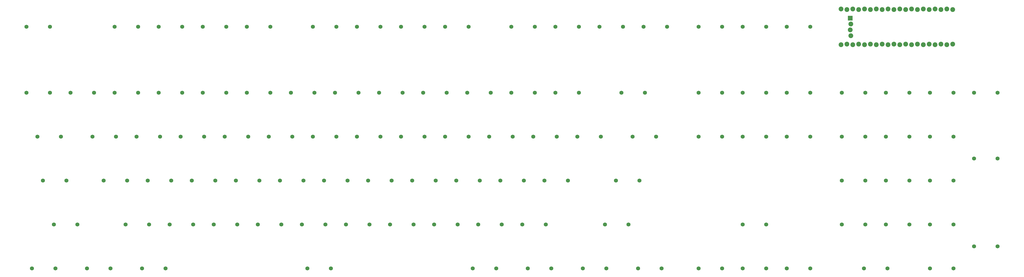
<source format=gbr>
%TF.GenerationSoftware,KiCad,Pcbnew,8.0.7-8.0.7-0~ubuntu24.04.1*%
%TF.CreationDate,2024-12-30T16:45:40-05:00*%
%TF.ProjectId,NAK100,4e414b31-3030-42e6-9b69-6361645f7063,rev?*%
%TF.SameCoordinates,Original*%
%TF.FileFunction,Soldermask,Bot*%
%TF.FilePolarity,Negative*%
%FSLAX46Y46*%
G04 Gerber Fmt 4.6, Leading zero omitted, Abs format (unit mm)*
G04 Created by KiCad (PCBNEW 8.0.7-8.0.7-0~ubuntu24.04.1) date 2024-12-30 16:45:40*
%MOMM*%
%LPD*%
G01*
G04 APERTURE LIST*
G04 Aperture macros list*
%AMRoundRect*
0 Rectangle with rounded corners*
0 $1 Rounding radius*
0 $2 $3 $4 $5 $6 $7 $8 $9 X,Y pos of 4 corners*
0 Add a 4 corners polygon primitive as box body*
4,1,4,$2,$3,$4,$5,$6,$7,$8,$9,$2,$3,0*
0 Add four circle primitives for the rounded corners*
1,1,$1+$1,$2,$3*
1,1,$1+$1,$4,$5*
1,1,$1+$1,$6,$7*
1,1,$1+$1,$8,$9*
0 Add four rect primitives between the rounded corners*
20,1,$1+$1,$2,$3,$4,$5,0*
20,1,$1+$1,$4,$5,$6,$7,0*
20,1,$1+$1,$6,$7,$8,$9,0*
20,1,$1+$1,$8,$9,$2,$3,0*%
G04 Aperture macros list end*
%ADD10C,1.750000*%
%ADD11C,2.082800*%
%ADD12RoundRect,0.101600X-0.939800X-0.939800X0.939800X-0.939800X0.939800X0.939800X-0.939800X0.939800X0*%
G04 APERTURE END LIST*
D10*
%TO.C,AM0:13*%
X157400000Y-137250000D03*
X147240000Y-137250000D03*
%TD*%
%TO.C,AM4:9*%
X228837500Y-175350000D03*
X218677500Y-175350000D03*
%TD*%
%TO.C,AM2:3*%
X271700000Y-137250000D03*
X261540000Y-137250000D03*
%TD*%
%TO.C,AM5:9*%
X462200000Y-118200000D03*
X452040000Y-118200000D03*
%TD*%
%TO.C,AM1:2*%
X185975000Y-118200000D03*
X175815000Y-118200000D03*
%TD*%
%TO.C,AM6:9*%
X500300000Y-137250000D03*
X490140000Y-137250000D03*
%TD*%
%TO.C,AM1:7*%
X219312500Y-156300000D03*
X209152500Y-156300000D03*
%TD*%
%TO.C,AM0:11*%
X143112500Y-156300000D03*
X132952500Y-156300000D03*
%TD*%
%TO.C,AM2:8*%
X314562500Y-156300000D03*
X304402500Y-156300000D03*
%TD*%
%TO.C,AM1:1*%
X195500000Y-137250000D03*
X185340000Y-137250000D03*
%TD*%
%TO.C,AM6:8*%
X481250000Y-137250000D03*
X471090000Y-137250000D03*
%TD*%
%TO.C,AM2:5*%
X290750000Y-137250000D03*
X280590000Y-137250000D03*
%TD*%
%TO.C,AM6:6*%
X500300000Y-156300000D03*
X490140000Y-156300000D03*
%TD*%
%TO.C,AM6:4*%
X462200000Y-156300000D03*
X452040000Y-156300000D03*
%TD*%
%TO.C,AM1:6*%
X200262500Y-156300000D03*
X190102500Y-156300000D03*
%TD*%
%TO.C,AM0:6*%
X109775000Y-89625000D03*
X99615000Y-89625000D03*
%TD*%
%TO.C,AM4:1*%
X152637500Y-175350000D03*
X142477500Y-175350000D03*
%TD*%
%TO.C,AM4:11*%
X266937500Y-175350000D03*
X256777500Y-175350000D03*
%TD*%
%TO.C,AM3:10*%
X400287500Y-137250000D03*
X390127500Y-137250000D03*
%TD*%
%TO.C,AM0:10*%
X166925000Y-118200000D03*
X156765000Y-118200000D03*
%TD*%
%TO.C,AM4:2*%
X171687500Y-175350000D03*
X161527500Y-175350000D03*
%TD*%
%TO.C,AM1:5*%
X224075000Y-118200000D03*
X213915000Y-118200000D03*
%TD*%
%TO.C,AM0:5*%
X147875000Y-118200000D03*
X137715000Y-118200000D03*
%TD*%
%TO.C,AM1:15*%
X243125000Y-118200000D03*
X232965000Y-118200000D03*
%TD*%
%TO.C,AM3:9*%
X419337500Y-89625000D03*
X409177500Y-89625000D03*
%TD*%
%TO.C,AM0:4*%
X128825000Y-118200000D03*
X118665000Y-118200000D03*
%TD*%
%TO.C,AM2:10*%
X319325000Y-118200000D03*
X309165000Y-118200000D03*
%TD*%
%TO.C,AM4:12*%
X285987500Y-175350000D03*
X275827500Y-175350000D03*
%TD*%
%TO.C,AM0:15*%
X181212500Y-156300000D03*
X171052500Y-156300000D03*
%TD*%
%TO.C,AM0:2*%
X114537500Y-137250000D03*
X104377500Y-137250000D03*
%TD*%
%TO.C,AM5:6*%
X400287500Y-194400000D03*
X390127500Y-194400000D03*
%TD*%
%TO.C,AM2:1*%
X281225000Y-118200000D03*
X271065000Y-118200000D03*
%TD*%
%TO.C,AM1:0*%
X214550000Y-137250000D03*
X204390000Y-137250000D03*
%TD*%
%TO.C,AM3:14*%
X324087500Y-175350000D03*
X313927500Y-175350000D03*
%TD*%
%TO.C,AM5:12*%
X519350000Y-118200000D03*
X509190000Y-118200000D03*
%TD*%
D11*
%TO.C,U1*%
X499960000Y-82160000D03*
X497420000Y-81906000D03*
X494880000Y-82160000D03*
X492340000Y-81906000D03*
X489800000Y-82160000D03*
X487260000Y-81906000D03*
X484720000Y-82160000D03*
X482180000Y-81906000D03*
X479640000Y-82159999D03*
X477100000Y-81906000D03*
X474560000Y-82160000D03*
X472020000Y-81906000D03*
X469480000Y-82159999D03*
X466940000Y-81906000D03*
X464400000Y-82160000D03*
X461860000Y-81906000D03*
X459320001Y-82160000D03*
X456780000Y-81906000D03*
X454240000Y-82160000D03*
X451700000Y-81906000D03*
X451700000Y-97400000D03*
X454240000Y-97146000D03*
X456780000Y-97400000D03*
X459320001Y-97146000D03*
X461860000Y-97400000D03*
X464400000Y-97146000D03*
X466940000Y-97400000D03*
X469480000Y-97146001D03*
X472020000Y-97400000D03*
X474560000Y-97146000D03*
X477100000Y-97400000D03*
X479640000Y-97146001D03*
X482180000Y-97400000D03*
X484720000Y-97146000D03*
X487260000Y-97400000D03*
X489800000Y-97146000D03*
X492340000Y-97400000D03*
X494880000Y-97146000D03*
X497420000Y-97400000D03*
X499960000Y-97146000D03*
D12*
X455683000Y-85843000D03*
D11*
X455937000Y-88383000D03*
X455683000Y-90923000D03*
X455937000Y-93463000D03*
%TD*%
D10*
%TO.C,AM5:10*%
X481250000Y-118200000D03*
X471090000Y-118200000D03*
%TD*%
%TO.C,AM5:5*%
X419337500Y-175350000D03*
X409177500Y-175350000D03*
%TD*%
%TO.C,AM1:8*%
X233600000Y-137250000D03*
X223440000Y-137250000D03*
%TD*%
%TO.C,AM2:7*%
X295512500Y-156300000D03*
X285352500Y-156300000D03*
%TD*%
%TO.C,AM1:13*%
X257412500Y-156300000D03*
X247252500Y-156300000D03*
%TD*%
%TO.C,AM5:2*%
X438387500Y-137250000D03*
X428227500Y-137250000D03*
%TD*%
%TO.C,AM0:1*%
X138350000Y-137250000D03*
X128190000Y-137250000D03*
%TD*%
%TO.C,AM5:8*%
X438387500Y-194400000D03*
X428227500Y-194400000D03*
%TD*%
%TO.C,AM2:12*%
X328850000Y-137250000D03*
X318690000Y-137250000D03*
%TD*%
%TO.C,AM3:8*%
X400287500Y-118200000D03*
X390127500Y-118200000D03*
%TD*%
%TO.C,AM2:0*%
X262175000Y-118200000D03*
X252015000Y-118200000D03*
%TD*%
%TO.C,AM1:9*%
X252650000Y-137250000D03*
X242490000Y-137250000D03*
%TD*%
%TO.C,AM3:4*%
X347900000Y-137250000D03*
X337740000Y-137250000D03*
%TD*%
%TO.C,AM6:7*%
X462200000Y-137250000D03*
X452040000Y-137250000D03*
%TD*%
%TO.C,AM3:7*%
X400287500Y-89625000D03*
X390127500Y-89625000D03*
%TD*%
%TO.C,AM6:5*%
X481250000Y-156300000D03*
X471090000Y-156300000D03*
%TD*%
%TO.C,AM5:7*%
X419337500Y-194400000D03*
X409177500Y-194400000D03*
%TD*%
%TO.C,AM2:4*%
X276462500Y-156300000D03*
X266302500Y-156300000D03*
%TD*%
%TO.C,AM4:10*%
X247887500Y-175350000D03*
X237727500Y-175350000D03*
%TD*%
%TO.C,AM1:4*%
X205025000Y-118200000D03*
X194865000Y-118200000D03*
%TD*%
%TO.C,AM4:3*%
X190737500Y-175350000D03*
X180577500Y-175350000D03*
%TD*%
%TO.C,AM5:11*%
X500300000Y-118200000D03*
X490140000Y-118200000D03*
%TD*%
%TO.C,AM2:6*%
X300275000Y-118200000D03*
X290115000Y-118200000D03*
%TD*%
%TO.C,AM0:14*%
X162162500Y-156300000D03*
X152002500Y-156300000D03*
%TD*%
%TO.C,AM2:13*%
X333612500Y-156300000D03*
X323452500Y-156300000D03*
%TD*%
%TO.C,AM0:8*%
X156765000Y-89625000D03*
X166925000Y-89625000D03*
%TD*%
%TO.C,AM0:7*%
X137715000Y-89625000D03*
X147875000Y-89625000D03*
%TD*%
%TO.C,AM5:13*%
X461565000Y-194400000D03*
X471725000Y-194400000D03*
%TD*%
%TO.C,AM3:0*%
X328215000Y-89625000D03*
X338375000Y-89625000D03*
%TD*%
%TO.C,AM5:1*%
X428227500Y-118200000D03*
X438387500Y-118200000D03*
%TD*%
%TO.C,AM2:2*%
X280590000Y-89625000D03*
X290750000Y-89625000D03*
%TD*%
%TO.C,AM2:9*%
X309165000Y-89625000D03*
X319325000Y-89625000D03*
%TD*%
%TO.C,AM1:14*%
X228202500Y-156300000D03*
X238362500Y-156300000D03*
%TD*%
%TO.C,AM0:9*%
X175815000Y-89625000D03*
X185975000Y-89625000D03*
%TD*%
%TO.C,AM1:10*%
X223440000Y-89625000D03*
X233600000Y-89625000D03*
%TD*%
%TO.C,AM6:10*%
X509190000Y-146775000D03*
X519350000Y-146775000D03*
%TD*%
%TO.C,AM0:12*%
X166290000Y-137250000D03*
X176450000Y-137250000D03*
%TD*%
%TO.C,AM3:12*%
X409177500Y-137250000D03*
X419337500Y-137250000D03*
%TD*%
%TO.C,AM1:12*%
X261540000Y-89625000D03*
X271700000Y-89625000D03*
%TD*%
%TO.C,AM6:11*%
X509190000Y-184875000D03*
X519350000Y-184875000D03*
%TD*%
%TO.C,AM3:1*%
X347265000Y-89625000D03*
X357425000Y-89625000D03*
%TD*%
%TO.C,AM3:2*%
X366315000Y-89625000D03*
X376475000Y-89625000D03*
%TD*%
%TO.C,AM6:3*%
X490140000Y-175350000D03*
X500300000Y-175350000D03*
%TD*%
%TO.C,AM1:3*%
X194865000Y-89625000D03*
X205025000Y-89625000D03*
%TD*%
%TO.C,AM1:11*%
X242490000Y-89625000D03*
X252650000Y-89625000D03*
%TD*%
%TO.C,AM0:3*%
X99615000Y-118200000D03*
X109775000Y-118200000D03*
%TD*%
%TO.C,AM6:0*%
X490140000Y-194400000D03*
X500300000Y-194400000D03*
%TD*%
%TO.C,AM6:2*%
X471090000Y-175350000D03*
X481250000Y-175350000D03*
%TD*%
%TO.C,AM6:1*%
X452040000Y-175350000D03*
X462200000Y-175350000D03*
%TD*%
%TO.C,AM3:11*%
X409177500Y-118200000D03*
X419337500Y-118200000D03*
%TD*%
%TO.C,AM5:0*%
X428227500Y-89625000D03*
X438387500Y-89625000D03*
%TD*%
%TO.C,AM3:5*%
X361552500Y-137250000D03*
X371712500Y-137250000D03*
%TD*%
%TO.C,AM3:3*%
X356790000Y-118200000D03*
X366950000Y-118200000D03*
%TD*%
%TO.C,AM3:6*%
X354408750Y-156300000D03*
X364568750Y-156300000D03*
%TD*%
%TO.C,AM3:13*%
X349646250Y-175350000D03*
X359806250Y-175350000D03*
%TD*%
%TO.C,AM2:14*%
X328215000Y-118200000D03*
X338375000Y-118200000D03*
%TD*%
%TO.C,AM5:14*%
X363933750Y-194400000D03*
X374093750Y-194400000D03*
%TD*%
%TO.C,AM5:3*%
X340121250Y-194400000D03*
X350281250Y-194400000D03*
%TD*%
%TO.C,AM2:11*%
X299640000Y-137250000D03*
X309800000Y-137250000D03*
%TD*%
%TO.C,AM4:13*%
X294877500Y-175350000D03*
X305037500Y-175350000D03*
%TD*%
%TO.C,AM5:4*%
X316308750Y-194400000D03*
X326468750Y-194400000D03*
%TD*%
%TO.C,AM4:14*%
X292496250Y-194400000D03*
X302656250Y-194400000D03*
%TD*%
%TO.C,AM4:8*%
X221058750Y-194400000D03*
X231218750Y-194400000D03*
%TD*%
%TO.C,AM4:7*%
X149621250Y-194400000D03*
X159781250Y-194400000D03*
%TD*%
%TO.C,AM4:6*%
X125808750Y-194400000D03*
X135968750Y-194400000D03*
%TD*%
%TO.C,AM4:5*%
X101996250Y-194400000D03*
X112156250Y-194400000D03*
%TD*%
%TO.C,AM4:0*%
X111521250Y-175350000D03*
X121681250Y-175350000D03*
%TD*%
%TO.C,AM0:0*%
X106758750Y-156300000D03*
X116918750Y-156300000D03*
%TD*%
%TO.C,AM4:4*%
X209787500Y-175350000D03*
X199627500Y-175350000D03*
%TD*%
M02*

</source>
